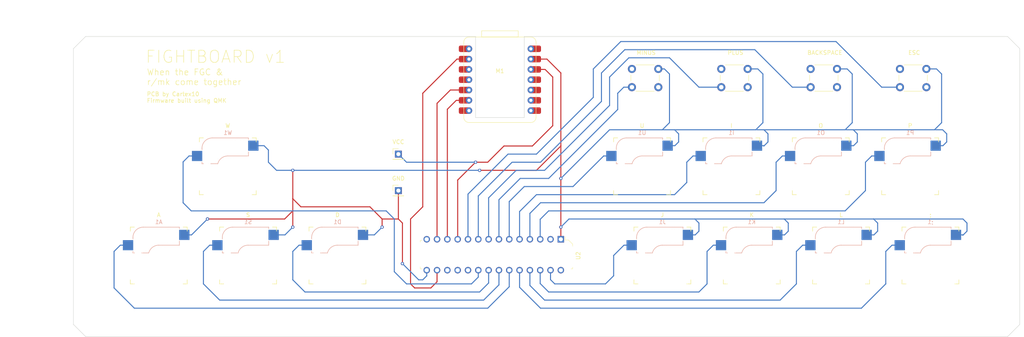
<source format=kicad_pcb>
(kicad_pcb (version 20211014) (generator pcbnew)
  (layers (0 "F.Cu" signal) (31 "B.Cu" signal) (34 "B.Paste" user) (35 "F.Paste" user) (36 "B.SilkS" user "B.Silkscreen") (37 "F.SilkS" user "F.Silkscreen") (38 "B.Mask" user) (39 "F.Mask" user) (44 "Edge.Cuts" user))
  (net 0 "")
  (net 2 "Net-(M1-Pad2)")
  (net 5 "Net-(M1-Pad5)")
  (net 6 "Net-(M1-Pad6)")
  (net 12 "Net-(M1-Pad12)")
  (net 15 "Net-(A1-Pad2)")
  (net 16 "Net-(S1-Pad2)")
  (net 17 "Net-(D1-Pad2)")
  (net 18 "Net-(U1-Pad2)")
  (net 19 "Net-(I1-Pad2)")
  (net 20 "Net-(O1-Pad2)")
  (net 21 "Net-(P1-Pad2)")
  (net 26 "Net-(J1-Pad2)")
  (net 27 "Net-(K1-Pad2)")
  (net 28 "Net-(L1-Pad2)")
  (net 29 "Net-(;1-Pad2)")
  (net 30 "Net-(BKSP1-Pad2)")
  (net 31 "Net-(;1-Pad1)")
  (net 32 "Net-(PLUS1-Pad2)")
  (net 34 "Net-(MNUS1-Pad2)")
  (net 35 "Net-(ESC1-Pad2)")
  (net 36 "Net-(U2-Pad20)")
  (footprint "keyswitches:Kailh_socket_MX" (layer "F.Cu") (at 201 84)
    (fp_text reference "I1" (at 0 -8.255) (layer "B.SilkS") (effects (justify mirror)))
    (fp_text value "SW_Push")
    (pad "" np_thru_hole circle locked (at 2.54 -5.08) (size 3 3) (drill 3) (layers *.Cu *.Mask))
    (pad "" np_thru_hole circle locked (at 5.08 0) (size 1.7018 1.7018) (drill 1.7018) (layers *.Cu *.Mask))
    (pad "" np_thru_hole circle locked (at -3.81 -2.54) (size 3 3) (drill 3) (layers *.Cu *.Mask))
    (pad "" np_thru_hole circle locked (at 0 0) (size 3.9878 3.9878) (drill 3.9878) (layers *.Cu *.Mask))
    (pad "" np_thru_hole circle locked (at -5.08 0) (size 1.7018 1.7018) (drill 1.7018) (layers *.Cu *.Mask))
    (pad "1" smd rect locked (at 6.29 -5.08) (size 2.55 2.5) (layers "B.Cu" "B.Paste" "B.Mask") (net 31 "Net-(;1-Pad1)"))
    (pad "2" smd rect locked (at -7.56 -2.54) (size 2.55 2.5) (layers "B.Cu" "B.Paste" "B.Mask") (net 19 "Net-(I1-Pad2)"))
  )
  (footprint "keyswitches:Kailh_socket_MX" (layer "F.Cu") (at 184 106)
    (fp_text reference "J1" (at 0 -8.255) (layer "B.SilkS") (effects (justify mirror)))
    (fp_text value "SW_Push")
    (pad "" np_thru_hole circle locked (at 0 0) (size 3.9878 3.9878) (drill 3.9878) (layers *.Cu *.Mask))
    (pad "" np_thru_hole circle locked (at 2.54 -5.08) (size 3 3) (drill 3) (layers *.Cu *.Mask))
    (pad "" np_thru_hole circle locked (at 5.08 0) (size 1.7018 1.7018) (drill 1.7018) (layers *.Cu *.Mask))
    (pad "" np_thru_hole circle locked (at -3.81 -2.54) (size 3 3) (drill 3) (layers *.Cu *.Mask))
    (pad "" np_thru_hole circle locked (at -5.08 0) (size 1.7018 1.7018) (drill 1.7018) (layers *.Cu *.Mask))
    (pad "1" smd rect locked (at 6.29 -5.08) (size 2.55 2.5) (layers "B.Cu" "B.Paste" "B.Mask") (net 31 "Net-(;1-Pad1)"))
    (pad "2" smd rect locked (at -7.56 -2.54) (size 2.55 2.5) (layers "B.Cu" "B.Paste" "B.Mask") (net 26 "Net-(J1-Pad2)"))
  )
  (footprint "Button_Switch_THT:SW_PUSH_6mm" (layer "F.Cu") (at 176.5 60)
    (fp_text reference "MNUS1")
    (fp_text value "SW_Push")
    (pad "1" thru_hole circle (at 0 0 90) (size 2 2) (drill 1.1) (layers *.Cu *.Mask) (net 31 "Net-(;1-Pad1)"))
    (pad "1" thru_hole circle (at 6.5 0 90) (size 2 2) (drill 1.1) (layers *.Cu *.Mask) (net 31 "Net-(;1-Pad1)"))
    (pad "2" thru_hole circle (at 0 4.5 90) (size 2 2) (drill 1.1) (layers *.Cu *.Mask) (net 34 "Net-(MNUS1-Pad2)"))
    (pad "2" thru_hole circle (at 6.5 4.5 90) (size 2 2) (drill 1.1) (layers *.Cu *.Mask) (net 34 "Net-(MNUS1-Pad2)"))
  )
  (footprint "keyswitches:Kailh_socket_MX" (layer "F.Cu") (at 60 106)
    (fp_text reference "A1" (at 0 -8.255) (layer "B.SilkS") (effects (justify mirror)))
    (fp_text value "SW_Push")
    (pad "" np_thru_hole circle locked (at -3.81 -2.54) (size 3 3) (drill 3) (layers *.Cu *.Mask))
    (pad "" np_thru_hole circle locked (at 0 0) (size 3.9878 3.9878) (drill 3.9878) (layers *.Cu *.Mask))
    (pad "" np_thru_hole circle locked (at 2.54 -5.08) (size 3 3) (drill 3) (layers *.Cu *.Mask))
    (pad "" np_thru_hole circle locked (at -5.08 0) (size 1.7018 1.7018) (drill 1.7018) (layers *.Cu *.Mask))
    (pad "" np_thru_hole circle locked (at 5.08 0) (size 1.7018 1.7018) (drill 1.7018) (layers *.Cu *.Mask))
    (pad "1" smd rect locked (at 6.29 -5.08) (size 2.55 2.5) (layers "B.Cu" "B.Paste" "B.Mask") (net 31 "Net-(;1-Pad1)"))
    (pad "2" smd rect locked (at -7.56 -2.54) (size 2.55 2.5) (layers "B.Cu" "B.Paste" "B.Mask") (net 15 "Net-(A1-Pad2)"))
  )
  (footprint "MountingHole:MountingHole_2.7mm" (layer "F.Cu") (at 147 119)
    (fp_text reference "REF**")
    (fp_text value "MountingHole_2.7mm")
    (pad "" np_thru_hole circle (at 0 0) (size 2.7 2.7) (drill 2.7) (layers *.Cu *.Mask))
  )
  (footprint "Connector_PinHeader_2.54mm:PinHeader_1x01_P2.54mm_Vertical" (layer "F.Cu") (at 119 81)
    (fp_text reference "REF**" hide)
    (fp_text value "PinHeader_1x01_P2.54mm_Vertical" hide)
    (pad "1" thru_hole rect (at 0 0) (size 1.7 1.7) (drill 1) (layers *.Cu *.Mask) (net 12 "Net-(M1-Pad12)"))
  )
  (footprint "keyswitches:Kailh_socket_MX" (layer "F.Cu") (at 77 84)
    (fp_text reference "W1" (at 0 -8.255) (layer "B.SilkS") (effects (justify mirror)))
    (fp_text value "SW_Push")
    (pad "" np_thru_hole circle locked (at 2.54 -5.08) (size 3 3) (drill 3) (layers *.Cu *.Mask))
    (pad "" np_thru_hole circle locked (at -5.08 0) (size 1.7018 1.7018) (drill 1.7018) (layers *.Cu *.Mask))
    (pad "" np_thru_hole circle locked (at 5.08 0) (size 1.7018 1.7018) (drill 1.7018) (layers *.Cu *.Mask))
    (pad "" np_thru_hole circle locked (at 0 0) (size 3.9878 3.9878) (drill 3.9878) (layers *.Cu *.Mask))
    (pad "" np_thru_hole circle locked (at -3.81 -2.54) (size 3 3) (drill 3) (layers *.Cu *.Mask))
    (pad "1" smd rect locked (at 6.29 -5.08) (size 2.55 2.5) (layers "B.Cu" "B.Paste" "B.Mask") (net 31 "Net-(;1-Pad1)"))
    (pad "2" smd rect locked (at -7.56 -2.54) (size 2.55 2.5) (layers "B.Cu" "B.Paste" "B.Mask") (net 36 "Net-(U2-Pad20)"))
  )
  (footprint "kb_lib:XIAO-RP2040" (layer "F.Cu") (at 135.11 73.208)
    (fp_text reference "M1" (at 8.89 -12.7 unlocked) (layer "F.SilkS"))
    (fp_text value "XIAO-RP2040")
    (pad "1" thru_hole circle (at 1.2725 -18.171) (size 1.6 1.6) (drill 0.8) (layers *.Cu *.Mask))
    (pad "1" smd roundrect (at 1.2725 -18.171) (size 3 1.6) (drill (offset -1 0)) (layers "F.Cu" "F.Paste" "F.Mask"))
    (pad "2" smd roundrect (at 1.2725 -15.631) (size 3 1.6) (drill (offset -1 0)) (layers "F.Cu" "F.Paste" "F.Mask") (net 2 "Net-(M1-Pad2)"))
    (pad "2" thru_hole circle (at 1.2725 -15.631) (size 1.6 1.6) (drill 0.8) (layers *.Cu *.Mask) (net 2 "Net-(M1-Pad2)"))
    (pad "3" smd roundrect (at 1.2725 -13.091) (size 3 1.6) (drill (offset -1 0)) (layers "F.Cu" "F.Paste" "F.Mask"))
    (pad "3" thru_hole circle (at 1.2725 -13.091) (size 1.6 1.6) (drill 0.8) (layers *.Cu *.Mask))
    (pad "4" thru_hole circle (at 1.2725 -10.551) (size 1.6 1.6) (drill 0.8) (layers *.Cu *.Mask))
    (pad "4" smd roundrect (at 1.2725 -10.551) (size 3 1.6) (drill (offset -1 0)) (layers "F.Cu" "F.Paste" "F.Mask"))
    (pad "5" smd roundrect (at 1.2725 -8.011) (size 3 1.6) (drill (offset -1 0)) (layers "F.Cu" "F.Paste" "F.Mask") (net 5 "Net-(M1-Pad5)"))
    (pad "5" thru_hole circle (at 1.2725 -8.011) (size 1.6 1.6) (drill 0.8) (layers *.Cu *.Mask) (net 5 "Net-(M1-Pad5)"))
    (pad "6" smd roundrect (at 1.2725 -5.471) (size 3 1.6) (drill (offset -1 0)) (layers "F.Cu" "F.Paste" "F.Mask") (net 6 "Net-(M1-Pad6)"))
    (pad "6" thru_hole circle (at 1.2725 -5.471) (size 1.6 1.6) (drill 0.8) (layers *.Cu *.Mask) (net 6 "Net-(M1-Pad6)"))
    (pad "7" thru_hole circle (at 1.2725 -2.931) (size 1.6 1.6) (drill 0.8) (layers *.Cu *.Mask))
    (pad "7" smd roundrect (at 1.2725 -2.931) (size 3 1.6) (drill (offset -1 0)) (layers "F.Cu" "F.Paste" "F.Mask"))
    (pad "8" smd roundrect (at 16.5075 -2.931) (size 3 1.6) (drill (offset 1 0)) (layers "F.Cu" "F.Paste" "F.Mask"))
    (pad "8" thru_hole circle (at 16.5075 -2.931) (size 1.6 1.6) (drill 0.8) (layers *.Cu *.Mask))
    (pad "9" thru_hole circle (at 16.5075 -5.471) (size 1.6 1.6) (drill 0.8) (layers *.Cu *.Mask))
    (pad "9" smd roundrect (at 16.5075 -5.471) (size 3 1.6) (drill (offset 1 0)) (layers "F.Cu" "F.Paste" "F.Mask"))
    (pad "10" smd roundrect (at 16.5075 -8.011) (size 3 1.6) (drill (offset 1 0)) (layers "F.Cu" "F.Paste" "F.Mask"))
    (pad "10" thru_hole circle (at 16.5075 -8.011) (size 1.6 1.6) (drill 0.8) (layers *.Cu *.Mask))
    (pad "11" thru_hole circle (at 16.5075 -10.551) (size 1.6 1.6) (drill 0.8) (layers *.Cu *.Mask))
    (pad "11" smd roundrect (at 16.5075 -10.551) (size 3 1.6) (drill (offset 1 0)) (layers "F.Cu" "F.Paste" "F.Mask"))
    (pad "12" thru_hole circle (at 16.5075 -13.091) (size 1.6 1.6) (drill 0.8) (layers *.Cu *.Mask) (net 12 "Net-(M1-Pad12)"))
    (pad "12" smd roundrect (at 16.5075 -13.091) (size 3 1.6) (drill (offset 1 0)) (layers "F.Cu" "F.Paste" "F.Mask") (net 12 "Net-(M1-Pad12)"))
    (pad "13" thru_hole circle (at 16.5075 -15.631) (size 1.6 1.6) (drill 0.8) (layers *.Cu *.Mask) (net 31 "Net-(;1-Pad1)"))
    (pad "13" smd roundrect (at 16.5075 -15.631) (size 3 1.6) (drill (offset 1 0)) (layers "F.Cu" "F.Paste" "F.Mask") (net 31 "Net-(;1-Pad1)"))
    (pad "14" thru_hole circle (at 16.5075 -18.171) (size 1.6 1.6) (drill 0.8) (layers *.Cu *.Mask))
    (pad "14" smd roundrect (at 16.5075 -18.171) (size 3 1.6) (drill (offset 1 0)) (layers "F.Cu" "F.Paste" "F.Mask"))
  )
  (footprint "keyswitches:Kailh_socket_MX" (layer "F.Cu") (at 179 84)
    (fp_text reference "U1" (at 0 -8.255) (layer "B.SilkS") (effects (justify mirror)))
    (fp_text value "SW_Push")
    (pad "" np_thru_hole circle locked (at 0 0) (size 3.9878 3.9878) (drill 3.9878) (layers *.Cu *.Mask))
    (pad "" np_thru_hole circle locked (at 5.08 0) (size 1.7018 1.7018) (drill 1.7018) (layers *.Cu *.Mask))
    (pad "" np_thru_hole circle locked (at -3.81 -2.54) (size 3 3) (drill 3) (layers *.Cu *.Mask))
    (pad "" np_thru_hole circle locked (at 2.54 -5.08) (size 3 3) (drill 3) (layers *.Cu *.Mask))
    (pad "" np_thru_hole circle locked (at -5.08 0) (size 1.7018 1.7018) (drill 1.7018) (layers *.Cu *.Mask))
    (pad "1" smd rect locked (at 6.29 -5.08) (size 2.55 2.5) (layers "B.Cu" "B.Paste" "B.Mask") (net 31 "Net-(;1-Pad1)"))
    (pad "2" smd rect locked (at -7.56 -2.54) (size 2.55 2.5) (layers "B.Cu" "B.Paste" "B.Mask") (net 18 "Net-(U1-Pad2)"))
  )
  (footprint "keyswitches:Kailh_socket_MX" (layer "F.Cu") (at 250 106)
    (fp_text reference ";1" (at 0 -8.255) (layer "B.SilkS") (effects (justify mirror)))
    (fp_text value "SW_Push")
    (pad "" np_thru_hole circle locked (at -3.81 -2.54) (size 3 3) (drill 3) (layers *.Cu *.Mask))
    (pad "" np_thru_hole circle locked (at 0 0) (size 3.9878 3.9878) (drill 3.9878) (layers *.Cu *.Mask))
    (pad "" np_thru_hole circle locked (at -5.08 0) (size 1.7018 1.7018) (drill 1.7018) (layers *.Cu *.Mask))
    (pad "" np_thru_hole circle locked (at 2.54 -5.08) (size 3 3) (drill 3) (layers *.Cu *.Mask))
    (pad "" np_thru_hole circle locked (at 5.08 0) (size 1.7018 1.7018) (drill 1.7018) (layers *.Cu *.Mask))
    (pad "1" smd rect locked (at 6.29 -5.08) (size 2.55 2.5) (layers "B.Cu" "B.Paste" "B.Mask") (net 31 "Net-(;1-Pad1)"))
    (pad "2" smd rect locked (at -7.56 -2.54) (size 2.55 2.5) (layers "B.Cu" "B.Paste" "B.Mask") (net 29 "Net-(;1-Pad2)"))
  )
  (footprint "MountingHole:MountingHole_2.7mm" (layer "F.Cu") (at 46 119)
    (fp_text reference "REF**")
    (fp_text value "MountingHole_2.7mm")
    (pad "" np_thru_hole circle (at 0 0) (size 2.7 2.7) (drill 2.7) (layers *.Cu *.Mask))
  )
  (footprint "MountingHole:MountingHole_2.7mm" (layer "F.Cu") (at 265 119)
    (fp_text reference "REF**")
    (fp_text value "MountingHole_2.7mm")
    (pad "" np_thru_hole circle (at 0 0) (size 2.7 2.7) (drill 2.7) (layers *.Cu *.Mask))
  )
  (footprint "Connector_PinHeader_2.54mm:PinHeader_1x01_P2.54mm_Vertical" (layer "F.Cu") (at 119 90)
    (fp_text reference "REF**" hide)
    (fp_text value "PinHeader_1x01_P2.54mm_Vertical" hide)
    (pad "1" thru_hole rect (at 0 0) (size 1.7 1.7) (drill 1) (layers *.Cu *.Mask) (net 31 "Net-(;1-Pad1)"))
  )
  (footprint "keyswitches:Kailh_socket_MX" (layer "F.Cu") (at 223 84)
    (fp_text reference "O1" (at 0 -8.255) (layer "B.SilkS") (effects (justify mirror)))
    (fp_text value "SW_Push")
    (pad "" np_thru_hole circle locked (at 0 0) (size 3.9878 3.9878) (drill 3.9878) (layers *.Cu *.Mask))
    (pad "" np_thru_hole circle locked (at 5.08 0) (size 1.7018 1.7018) (drill 1.7018) (layers *.Cu *.Mask))
    (pad "" np_thru_hole circle locked (at 2.54 -5.08) (size 3 3) (drill 3) (layers *.Cu *.Mask))
    (pad "" np_thru_hole circle locked (at -3.81 -2.54) (size 3 3) (drill 3) (layers *.Cu *.Mask))
    (pad "" np_thru_hole circle locked (at -5.08 0) (size 1.7018 1.7018) (drill 1.7018) (layers *.Cu *.Mask))
    (pad "1" smd rect locked (at 6.29 -5.08) (size 2.55 2.5) (layers "B.Cu" "B.Paste" "B.Mask") (net 31 "Net-(;1-Pad1)"))
    (pad "2" smd rect locked (at -7.56 -2.54) (size 2.55 2.5) (layers "B.Cu" "B.Paste" "B.Mask") (net 20 "Net-(O1-Pad2)"))
  )
  (footprint "digikey-footprints:DIP-28_W7.62mm" (layer "F.Cu") (at 159 102 -90)
    (fp_text reference "U2" (at 4.05 -4.28 90) (layer "F.SilkS"))
    (fp_text value "MCP23018-E_SP")
    (pad "1" thru_hole rect locked (at 0 0 270) (size 1.6 1.6) (drill 1) (layers *.Cu *.Mask) (net 31 "Net-(;1-Pad1)"))
    (pad "2" thru_hole circle locked (at 0 2.54 270) (size 1.6 1.6) (drill 1) (layers *.Cu *.Mask))
    (pad "3" thru_hole circle locked (at 0 5.08 270) (size 1.6 1.6) (drill 1) (layers *.Cu *.Mask) (net 21 "Net-(P1-Pad2)"))
    (pad "4" thru_hole circle locked (at 0 7.62 270) (size 1.6 1.6) (drill 1) (layers *.Cu *.Mask) (net 20 "Net-(O1-Pad2)"))
    (pad "5" thru_hole circle locked (at 0 10.16 270) (size 1.6 1.6) (drill 1) (layers *.Cu *.Mask) (net 19 "Net-(I1-Pad2)"))
    (pad "6" thru_hole circle locked (at 0 12.7 270) (size 1.6 1.6) (drill 1) (layers *.Cu *.Mask) (net 18 "Net-(U1-Pad2)"))
    (pad "7" thru_hole circle locked (at 0 15.24 270) (size 1.6 1.6) (drill 1) (layers *.Cu *.Mask) (net 34 "Net-(MNUS1-Pad2)"))
    (pad "8" thru_hole circle locked (at 0 17.78 270) (size 1.6 1.6) (drill 1) (layers *.Cu *.Mask) (net 32 "Net-(PLUS1-Pad2)"))
    (pad "9" thru_hole circle locked (at 0 20.32 270) (size 1.6 1.6) (drill 1) (layers *.Cu *.Mask) (net 30 "Net-(BKSP1-Pad2)"))
    (pad "10" thru_hole circle locked (at 0 22.86 270) (size 1.6 1.6) (drill 1) (layers *.Cu *.Mask) (net 35 "Net-(ESC1-Pad2)"))
    (pad "11" thru_hole circle locked (at 0 25.4 270) (size 1.6 1.6) (drill 1) (layers *.Cu *.Mask) (net 12 "Net-(M1-Pad12)"))
    (pad "12" thru_hole circle locked (at 0 27.94 270) (size 1.6 1.6) (drill 1) (layers *.Cu *.Mask) (net 6 "Net-(M1-Pad6)"))
    (pad "13" thru_hole circle locked (at 0 30.48 270) (size 1.6 1.6) (drill 1) (layers *.Cu *.Mask) (net 5 "Net-(M1-Pad5)"))
    (pad "14" thru_hole circle locked (at 0 33.02 270) (size 1.6 1.6) (drill 1) (layers *.Cu *.Mask))
    (pad "15" thru_hole circle locked (at 7.62 33.02 270) (size 1.6 1.6) (drill 1) (layers *.Cu *.Mask) (net 31 "Net-(;1-Pad1)"))
    (pad "16" thru_hole circle locked (at 7.62 30.48 270) (size 1.6 1.6) (drill 1) (layers *.Cu *.Mask) (net 2 "Net-(M1-Pad2)"))
    (pad "17" thru_hole circle locked (at 7.62 27.94 270) (size 1.6 1.6) (drill 1) (layers *.Cu *.Mask))
    (pad "18" thru_hole circle locked (at 7.62 25.4 270) (size 1.6 1.6) (drill 1) (layers *.Cu *.Mask))
    (pad "19" thru_hole circle locked (at 7.62 22.86 270) (size 1.6 1.6) (drill 1) (layers *.Cu *.Mask))
    (pad "20" thru_hole circle locked (at 7.62 20.32 270) (size 1.6 1.6) (drill 1) (layers *.Cu *.Mask) (net 36 "Net-(U2-Pad20)"))
    (pad "21" thru_hole circle locked (at 7.62 17.78 270) (size 1.6 1.6) (drill 1) (layers *.Cu *.Mask) (net 17 "Net-(D1-Pad2)"))
    (pad "22" thru_hole circle locked (at 7.62 15.24 270) (size 1.6 1.6) (drill 1) (layers *.Cu *.Mask) (net 16 "Net-(S1-Pad2)"))
    (pad "23" thru_hole circle locked (at 7.62 12.7 270) (size 1.6 1.6) (drill 1) (layers *.Cu *.Mask) (net 15 "Net-(A1-Pad2)"))
    (pad "24" thru_hole circle locked (at 7.62 10.16 270) (size 1.6 1.6) (drill 1) (layers *.Cu *.Mask) (net 29 "Net-(;1-Pad2)"))
    (pad "25" thru_hole circle locked (at 7.62 7.62 270) (size 1.6 1.6) (drill 1) (layers *.Cu *.Mask) (net 28 "Net-(L1-Pad2)"))
    (pad "26" thru_hole circle locked (at 7.62 5.08 270) (size 1.6 1.6) (drill 1) (layers *.Cu *.Mask) (net 27 "Net-(K1-Pad2)"))
    (pad "27" thru_hole circle locked (at 7.62 2.54 270) (size 1.6 1.6) (drill 1) (layers *.Cu *.Mask) (net 26 "Net-(J1-Pad2)"))
    (pad "28" thru_hole circle locked (at 7.62 0 270) (size 1.6 1.6) (drill 1) (layers *.Cu *.Mask))
  )
  (footprint "keyswitches:Kailh_socket_MX" (layer "F.Cu") (at 228 106)
    (fp_text reference "L1" (at 0 -8.255) (layer "B.SilkS") (effects (justify mirror)))
    (fp_text value "SW_Push")
    (pad "" np_thru_hole circle locked (at -5.08 0) (size 1.7018 1.7018) (drill 1.7018) (layers *.Cu *.Mask))
    (pad "" np_thru_hole circle locked (at 0 0) (size 3.9878 3.9878) (drill 3.9878) (layers *.Cu *.Mask))
    (pad "" np_thru_hole circle locked (at -3.81 -2.54) (size 3 3) (drill 3) (layers *.Cu *.Mask))
    (pad "" np_thru_hole circle locked (at 2.54 -5.08) (size 3 3) (drill 3) (layers *.Cu *.Mask))
    (pad "" np_thru_hole circle locked (at 5.08 0) (size 1.7018 1.7018) (drill 1.7018) (layers *.Cu *.Mask))
    (pad "1" smd rect locked (at 6.29 -5.08) (size 2.55 2.5) (layers "B.Cu" "B.Paste" "B.Mask") (net 31 "Net-(;1-Pad1)"))
    (pad "2" smd rect locked (at -7.56 -2.54) (size 2.55 2.5) (layers "B.Cu" "B.Paste" "B.Mask") (net 28 "Net-(L1-Pad2)"))
  )
  (footprint "keyswitches:Kailh_socket_MX" (layer "F.Cu") (at 82 106)
    (fp_text reference "S1" (at 0 -8.255) (layer "B.SilkS") (effects (justify mirror)))
    (fp_text value "SW_Push")
    (pad "" np_thru_hole circle locked (at 5.08 0) (size 1.7018 1.7018) (drill 1.7018) (layers *.Cu *.Mask))
    (pad "" np_thru_hole circle locked (at -3.81 -2.54) (size 3 3) (drill 3) (layers *.Cu *.Mask))
    (pad "" np_thru_hole circle locked (at 0 0) (size 3.9878 3.9878) (drill 3.9878) (layers *.Cu *.Mask))
    (pad "" np_thru_hole circle locked (at -5.08 0) (size 1.7018 1.7018) (drill 1.7018) (layers *.Cu *.Mask))
    (pad "" np_thru_hole circle locked (at 2.54 -5.08) (size 3 3) (drill 3) (layers *.Cu *.Mask))
    (pad "1" smd rect locked (at 6.29 -5.08) (size 2.55 2.5) (layers "B.Cu" "B.Paste" "B.Mask") (net 31 "Net-(;1-Pad1)"))
    (pad "2" smd rect locked (at -7.56 -2.54) (size 2.55 2.5) (layers "B.Cu" "B.Paste" "B.Mask") (net 16 "Net-(S1-Pad2)"))
  )
  (footprint "Button_Switch_THT:SW_PUSH_6mm" (layer "F.Cu") (at 220.5 60)
    (fp_text reference "BKSP1")
    (fp_text value "SW_Push")
    (pad "1" thru_hole circle (at 6.5 0 90) (size 2 2) (drill 1.1) (layers *.Cu *.Mask) (net 31 "Net-(;1-Pad1)"))
    (pad "1" thru_hole circle (at 0 0 90) (size 2 2) (drill 1.1) (layers *.Cu *.Mask) (net 31 "Net-(;1-Pad1)"))
    (pad "2" thru_hole circle (at 6.5 4.5 90) (size 2 2) (drill 1.1) (layers *.Cu *.Mask) (net 30 "Net-(BKSP1-Pad2)"))
    (pad "2" thru_hole circle (at 0 4.5 90) (size 2 2) (drill 1.1) (layers *.Cu *.Mask) (net 30 "Net-(BKSP1-Pad2)"))
  )
  (footprint "Button_Switch_THT:SW_PUSH_6mm" (layer "F.Cu") (at 198.5 60)
    (fp_text reference "PLUS1")
    (fp_text value "SW_Push")
    (pad "1" thru_hole circle (at 6.5 0 90) (size 2 2) (drill 1.1) (layers *.Cu *.Mask) (net 31 "Net-(;1-Pad1)"))
    (pad "1" thru_hole circle (at 0 0 90) (size 2 2) (drill 1.1) (layers *.Cu *.Mask) (net 31 "Net-(;1-Pad1)"))
    (pad "2" thru_hole circle (at 6.5 4.5 90) (size 2 2) (drill 1.1) (layers *.Cu *.Mask) (net 32 "Net-(PLUS1-Pad2)"))
    (pad "2" thru_hole circle (at 0 4.5 90) (size 2 2) (drill 1.1) (layers *.Cu *.Mask) (net 32 "Net-(PLUS1-Pad2)"))
  )
  (footprint "MountingHole:MountingHole_2.7mm" (layer "F.Cu") (at 265 59)
    (fp_text reference "REF**")
    (fp_text value "MountingHole_2.7mm")
    (pad "" np_thru_hole circle (at 0 0) (size 2.7 2.7) (drill 2.7) (layers *.Cu *.Mask))
  )
  (footprint "Button_Switch_THT:SW_PUSH_6mm" (layer "F.Cu") (at 242.5 60)
    (fp_text reference "ESC1")
    (fp_text value "SW_Push")
    (pad "1" thru_hole circle (at 6.5 0 90) (size 2 2) (drill 1.1) (layers *.Cu *.Mask) (net 31 "Net-(;1-Pad1)"))
    (pad "1" thru_hole circle (at 0 0 90) (size 2 2) (drill 1.1) (layers *.Cu *.Mask) (net 31 "Net-(;1-Pad1)"))
    (pad "2" thru_hole circle (at 6.5 4.5 90) (size 2 2) (drill 1.1) (layers *.Cu *.Mask) (net 35 "Net-(ESC1-Pad2)"))
    (pad "2" thru_hole circle (at 0 4.5 90) (size 2 2) (drill 1.1) (layers *.Cu *.Mask) (net 35 "Net-(ESC1-Pad2)"))
  )
  (footprint "keyswitches:Kailh_socket_MX" (layer "F.Cu") (at 104 106)
    (fp_text reference "D1" (at 0 -8.255) (layer "B.SilkS") (effects (justify mirror)))
    (fp_text value "SW_Push")
    (pad "" np_thru_hole circle locked (at 5.08 0) (size 1.7018 1.7018) (drill 1.7018) (layers *.Cu *.Mask))
    (pad "" np_thru_hole circle locked (at -3.81 -2.54) (size 3 3) (drill 3) (layers *.Cu *.Mask))
    (pad "" np_thru_hole circle locked (at -5.08 0) (size 1.7018 1.7018) (drill 1.7018) (layers *.Cu *.Mask))
    (pad "" np_thru_hole circle locked (at 2.54 -5.08) (size 3 3) (drill 3) (layers *.Cu *.Mask))
    (pad "" np_thru_hole circle locked (at 0 0) (size 3.9878 3.9878) (drill 3.9878) (layers *.Cu *.Mask))
    (pad "1" smd rect locked (at 6.29 -5.08) (size 2.55 2.5) (layers "B.Cu" "B.Paste" "B.Mask") (net 31 "Net-(;1-Pad1)"))
    (pad "2" smd rect locked (at -7.56 -2.54) (size 2.55 2.5) (layers "B.Cu" "B.Paste" "B.Mask") (net 17 "Net-(D1-Pad2)"))
  )
  (footprint "keyswitches:Kailh_socket_MX" (layer "F.Cu") (at 245 84)
    (fp_text reference "P1" (at 0 -8.255) (layer "B.SilkS") (effects (justify mirror)))
    (fp_text value "SW_Push")
    (pad "" np_thru_hole circle locked (at 0 0) (size 3.9878 3.9878) (drill 3.9878) (layers *.Cu *.Mask))
    (pad "" np_thru_hole circle locked (at 5.08 0) (size 1.7018 1.7018) (drill 1.7018) (layers *.Cu *.Mask))
    (pad "" np_thru_hole circle locked (at -3.81 -2.54) (size 3 3) (drill 3) (layers *.Cu *.Mask))
    (pad "" np_thru_hole circle locked (at 2.54 -5.08) (size 3 3) (drill 3) (layers *.Cu *.Mask))
    (pad "" np_thru_hole circle locked (at -5.08 0) (size 1.7018 1.7018) (drill 1.7018) (layers *.Cu *.Mask))
    (pad "1" smd rect locked (at 6.29 -5.08) (size 2.55 2.5) (layers "B.Cu" "B.Paste" "B.Mask") (net 31 "Net-(;1-Pad1)"))
    (pad "2" smd rect locked (at -7.56 -2.54) (size 2.55 2.5) (layers "B.Cu" "B.Paste" "B.Mask") (net 21 "Net-(P1-Pad2)"))
  )
  (footprint "MountingHole:MountingHole_2.7mm" (layer "F.Cu") (at 46 59)
    (fp_text reference "REF**")
    (fp_text value "MountingHole_2.7mm")
    (pad "" np_thru_hole circle (at 0 0) (size 2.7 2.7) (drill 2.7) (layers *.Cu *.Mask))
  )
  (footprint "keyswitches:Kailh_socket_MX" (layer "F.Cu") (at 206 106)
    (fp_text reference "K1" (at 0 -8.255) (layer "B.SilkS") (effects (justify mirror)))
    (fp_text value "SW_Push")
    (pad "" np_thru_hole circle locked (at 5.08 0) (size 1.7018 1.7018) (drill 1.7018) (layers *.Cu *.Mask))
    (pad "" np_thru_hole circle locked (at -5.08 0) (size 1.7018 1.7018) (drill 1.7018) (layers *.Cu *.Mask))
    (pad "" np_thru_hole circle locked (at 0 0) (size 3.9878 3.9878) (drill 3.9878) (layers *.Cu *.Mask))
    (pad "" np_thru_hole circle locked (at -3.81 -2.54) (size 3 3) (drill 3) (layers *.Cu *.Mask))
    (pad "" np_thru_hole circle locked (at 2.54 -5.08) (size 3 3) (drill 3) (layers *.Cu *.Mask))
    (pad "1" smd rect locked (at 6.29 -5.08) (size 2.55 2.5) (layers "B.Cu" "B.Paste" "B.Mask") (net 31 "Net-(;1-Pad1)"))
    (pad "2" smd rect locked (at -7.56 -2.54) (size 2.55 2.5) (layers "B.Cu" "B.Paste" "B.Mask") (net 27 "Net-(K1-Pad2)"))
  )
  (gr_line (start 272 123) (end 272 55) (layer "Edge.Cuts") (width 0.1))
  (gr_line (start 39 123) (end 39 55) (layer "Edge.Cuts") (width 0.1))
  (gr_line (start 39 123) (end 42 126) (layer "Edge.Cuts") (width 0.1))
  (gr_line (start 272 55) (end 269 52) (layer "Edge.Cuts") (width 0.1))
  (gr_line (start 138 52) (end 138 72) (layer "Edge.Cuts") (width 0.1))
  (gr_line (start 269 126) (end 272 123) (layer "Edge.Cuts") (width 0.1))
  (gr_line (start 138 52) (end 42 52) (layer "Edge.Cuts") (width 0.1))
  (gr_line (start 138 72) (end 150 72) (layer "Edge.Cuts") (width 0.1))
  (gr_line (start 150 52) (end 269 52) (layer "Edge.Cuts") (width 0.1))
  (gr_line (start 42 52) (end 39 55) (layer "Edge.Cuts") (width 0.1))
  (gr_line (start 42 126) (end 269 126) (layer "Edge.Cuts") (width 0.1))
  (gr_line (start 150 72) (end 150 52) (layer "Edge.Cuts") (width 0.1))
  (gr_text "D" (at 104 96) (layer "F.SilkS") (effects (font (size 1 1))))
  (gr_text "L" (at 228 96) (layer "F.SilkS") (effects (font (size 1 1))))
  (gr_text "J" (at 184 96) (layer "F.SilkS") (effects (font (size 1 1))))
  (gr_text "O" (at 223 74) (layer "F.SilkS") (effects (font (size 1 1))))
  (gr_text "I" (at 201 74) (layer "F.SilkS") (effects (font (size 1 1))))
  (gr_text "FIGHTBOARD v1" (at 74 57) (layer "F.SilkS") (effects (font (size 3 3))))
  (gr_text "GND" (at 119 87) (layer "F.SilkS") (effects (font (size 1 1))))
  (gr_text "A" (at 60 96) (layer "F.SilkS") (effects (font (size 1 1))))
  (gr_text "When the FGC &\nr/mk come together" (at 57 62) (layer "F.SilkS") (effects (font (size 1.5 1.5)) (justify left)))
  (gr_text "S" (at 82 96) (layer "F.SilkS") (effects (font (size 1 1))))
  (gr_text "U" (at 179 74) (layer "F.SilkS") (effects (font (size 1 1))))
  (gr_text "ESC" (at 246 56) (layer "F.SilkS") (effects (font (size 1 1))))
  (gr_text ";" (at 250 96) (layer "F.SilkS") (effects (font (size 1 1))))
  (gr_text "W" (at 77 74) (layer "F.SilkS") (effects (font (size 1 1))))
  (gr_text "BACKSPACE" (at 224 56) (layer "F.SilkS") (effects (font (size 1 1))))
  (gr_text "P" (at 245 74) (layer "F.SilkS") (effects (font (size 1 1))))
  (gr_text "PCB by Cartex10\nFirmware built using QMK" (at 57 67) (layer "F.SilkS") (effects (font (size 1 1)) (justify left)))
  (gr_text "VCC" (at 119 78) (layer "F.SilkS") (effects (font (size 1 1))))
  (gr_text "PLUS" (at 202 56) (layer "F.SilkS") (effects (font (size 1 1))))
  (gr_text "MINUS" (at 180 56) (layer "F.SilkS") (effects (font (size 1 1))))
  (gr_text "K" (at 206 96) (layer "F.SilkS") (effects (font (size 1 1))))
  (segment (start 128.52 112.48) (end 127 114) (width 0.25) (layer "F.Cu") (net 2))
  (segment (start 123 114) (end 122 113) (width 0.25) (layer "F.Cu") (net 2))
  (segment (start 125 66) (end 133.423 57.577) (width 0.25) (layer "F.Cu") (net 2))
  (segment (start 133.423 57.577) (end 136.3825 57.577) (width 0.25) (layer "F.Cu") (net 2))
  (segment (start 128.52 109.62) (end 128.52 112.48) (width 0.25) (layer "F.Cu") (net 2))
  (segment (start 125 94) (end 125 66) (width 0.25) (layer "F.Cu") (net 2))
  (segment (start 122 113) (end 122 97) (width 0.25) (layer "F.Cu") (net 2))
  (segment (start 122 97) (end 125 94) (width 0.25) (layer "F.Cu") (net 2))
  (segment (start 127 114) (end 123 114) (width 0.25) (layer "F.Cu") (net 2))
  (segment (start 128.52 102) (end 128.52 68.48) (width 0.25) (layer "F.Cu") (net 5))
  (segment (start 136.3825 65.197) (end 131.803 65.197) (width 0.25) (layer "F.Cu") (net 5))
  (segment (start 131.803 65.197) (end 128.52 68.48) (width 0.25) (layer "F.Cu") (net 5))
  (segment (start 133.263 67.737) (end 131.06 69.94) (width 0.25) (layer "F.Cu") (net 6))
  (segment (start 131.06 69.94) (end 131.06 102) (width 0.25) (layer "F.Cu") (net 6))
  (segment (start 136.3825 67.737) (end 133.263 67.737) (width 0.25) (layer "F.Cu") (net 6))
  (segment (start 157 62) (end 155.117 60.117) (width 0.25) (layer "F.Cu") (net 12))
  (segment (start 141 83) (end 145 79) (width 0.25) (layer "F.Cu") (net 12))
  (segment (start 133.6 102) (end 133.6 87.4) (width 0.25) (layer "F.Cu") (net 12))
  (segment (start 138 83) (end 141 83) (width 0.25) (layer "F.Cu") (net 12))
  (segment (start 157 74) (end 157 62) (width 0.25) (layer "F.Cu") (net 12))
  (segment (start 155.117 60.117) (end 151.6175 60.117) (width 0.25) (layer "F.Cu") (net 12))
  (segment (start 152 79) (end 157 74) (width 0.25) (layer "F.Cu") (net 12))
  (segment (start 133.6 87.4) (end 138 83) (width 0.25) (layer "F.Cu") (net 12))
  (segment (start 145 79) (end 152 79) (width 0.25) (layer "F.Cu") (net 12))
  (via (at 138 83) (size 0.8) (drill 0.4) (layers "F.Cu" "B.Cu") (net 12))
  (segment (start 121 83) (end 119 81) (width 0.25) (layer "B.Cu") (net 12))
  (segment (start 138 83) (end 121 83) (width 0.25) (layer "B.Cu") (net 12))
  (segment (start 141 119) (end 146.3 113.7) (width 0.25) (layer "B.Cu") (net 15))
  (segment (start 50.54 103.46) (end 49 105) (width 0.25) (layer "B.Cu") (net 15))
  (segment (start 49 114) (end 54 119) (width 0.25) (layer "B.Cu") (net 15))
  (segment (start 49 105) (end 49 114) (width 0.25) (layer "B.Cu") (net 15))
  (segment (start 52.44 103.46) (end 50.54 103.46) (width 0.25) (layer "B.Cu") (net 15))
  (segment (start 54 119) (end 141 119) (width 0.25) (layer "B.Cu") (net 15))
  (segment (start 146.3 113.7) (end 146.3 109.62) (width 0.25) (layer "B.Cu") (net 15))
  (segment (start 143.76 113.24) (end 143.76 109.62) (width 0.25) (layer "B.Cu") (net 16))
  (segment (start 75 117) (end 140 117) (width 0.25) (layer "B.Cu") (net 16))
  (segment (start 71 105) (end 71 113) (width 0.25) (layer "B.Cu") (net 16))
  (segment (start 74.44 103.46) (end 72.54 103.46) (width 0.25) (layer "B.Cu") (net 16))
  (segment (start 71 113) (end 75 117) (width 0.25) (layer "B.Cu") (net 16))
  (segment (start 140 117) (end 143.76 113.24) (width 0.25) (layer "B.Cu") (net 16))
  (segment (start 72.54 103.46) (end 71 105) (width 0.25) (layer "B.Cu") (net 16))
  (segment (start 139 115) (end 141.22 112.78) (width 0.25) (layer "B.Cu") (net 17))
  (segment (start 96 115) (end 93 112) (width 0.25) (layer "B.Cu") (net 17))
  (segment (start 96.44 103.46) (end 94.54 103.46) (width 0.25) (layer "B.Cu") (net 17))
  (segment (start 141.22 112.78) (end 141.22 109.62) (width 0.25) (layer "B.Cu") (net 17))
  (segment (start 96 115) (end 139 115) (width 0.25) (layer "B.Cu") (net 17))
  (segment (start 94.54 103.46) (end 93 105) (width 0.25) (layer "B.Cu") (net 17))
  (segment (start 93 105) (end 93 112) (width 0.25) (layer "B.Cu") (net 17))
  (segment (start 162 89) (end 150 89) (width 0.25) (layer "B.Cu") (net 18))
  (segment (start 171.44 81.46) (end 169.54 81.46) (width 0.25) (layer "B.Cu") (net 18))
  (segment (start 169.54 81.46) (end 162 89) (width 0.25) (layer "B.Cu") (net 18))
  (segment (start 146.3 92.7) (end 146.3 102) (width 0.25) (layer "B.Cu") (net 18))
  (segment (start 150 89) (end 146.3 92.7) (width 0.25) (layer "B.Cu") (net 18))
  (segment (start 193.44 81.46) (end 191.54 81.46) (width 0.25) (layer "B.Cu") (net 19))
  (segment (start 190 88) (end 187 91) (width 0.25) (layer "B.Cu") (net 19))
  (segment (start 191.54 81.46) (end 190 83) (width 0.25) (layer "B.Cu") (net 19))
  (segment (start 153 91) (end 148.84 95.16) (width 0.25) (layer "B.Cu") (net 19))
  (segment (start 190 83) (end 190 88) (width 0.25) (layer "B.Cu") (net 19))
  (segment (start 148.84 95.16) (end 148.84 102) (width 0.25) (layer "B.Cu") (net 19))
  (segment (start 187 91) (end 153 91) (width 0.25) (layer "B.Cu") (net 19))
  (segment (start 154 93) (end 151.38 95.62) (width 0.25) (layer "B.Cu") (net 20))
  (segment (start 209 93) (end 154 93) (width 0.25) (layer "B.Cu") (net 20))
  (segment (start 212 90) (end 209 93) (width 0.25) (layer "B.Cu") (net 20))
  (segment (start 151.38 95.62) (end 151.38 102) (width 0.25) (layer "B.Cu") (net 20))
  (segment (start 215.44 81.46) (end 213.54 81.46) (width 0.25) (layer "B.Cu") (net 20))
  (segment (start 213.54 81.46) (end 212 83) (width 0.25) (layer "B.Cu") (net 20))
  (segment (start 212 83) (end 212 90) (width 0.25) (layer "B.Cu") (net 20))
  (segment (start 234 90) (end 229 95) (width 0.25) (layer "B.Cu") (net 21))
  (segment (start 229 95) (end 156 95) (width 0.25) (layer "B.Cu") (net 21))
  (segment (start 156 95) (end 153.92 97.08) (width 0.25) (layer "B.Cu") (net 21))
  (segment (start 234 83) (end 234 90) (width 0.25) (layer "B.Cu") (net 21))
  (segment (start 235.54 81.46) (end 234 83) (width 0.25) (layer "B.Cu") (net 21))
  (segment (start 237.44 81.46) (end 235.54 81.46) (width 0.25) (layer "B.Cu") (net 21))
  (segment (start 153.92 97.08) (end 153.92 102) (width 0.25) (layer "B.Cu") (net 21))
  (segment (start 156.46 109.62) (end 156.46 111.96) (width 0.25) (layer "B.Cu") (net 26))
  (segment (start 174.54 103.46) (end 176.44 103.46) (width 0.25) (layer "B.Cu") (net 26))
  (segment (start 156.46 111.96) (end 157.5 113) (width 0.25) (layer "B.Cu") (net 26))
  (segment (start 172 106) (end 174.54 103.46) (width 0.25) (layer "B.Cu") (net 26))
  (segment (start 170 113) (end 172 111) (width 0.25) (layer "B.Cu") (net 26))
  (segment (start 157.5 113) (end 170 113) (width 0.25) (layer "B.Cu") (net 26))
  (segment (start 172 111) (end 172 106) (width 0.25) (layer "B.Cu") (net 26))
  (segment (start 193 115) (end 195 113) (width 0.25) (layer "B.Cu") (net 27))
  (segment (start 195 105) (end 196.54 103.46) (width 0.25) (layer "B.Cu") (net 27))
  (segment (start 196.54 103.46) (end 198.44 103.46) (width 0.25) (layer "B.Cu") (net 27))
  (segment (start 156 115) (end 193 115) (width 0.25) (layer "B.Cu") (net 27))
  (segment (start 153.92 109.62) (end 153.92 112.92) (width 0.25) (layer "B.Cu") (net 27))
  (segment (start 153.92 112.92) (end 156 115) (width 0.25) (layer "B.Cu") (net 27))
  (segment (start 195 113) (end 195 105) (width 0.25) (layer "B.Cu") (net 27))
  (segment (start 151.38 113.38) (end 155 117) (width 0.25) (layer "B.Cu") (net 28))
  (segment (start 213 117) (end 217 113) (width 0.25) (layer "B.Cu") (net 28))
  (segment (start 218.54 103.46) (end 220.44 103.46) (width 0.25) (layer "B.Cu") (net 28))
  (segment (start 155 117) (end 213 117) (width 0.25) (layer "B.Cu") (net 28))
  (segment (start 151.38 109.62) (end 151.38 113.38) (width 0.25) (layer "B.Cu") (net 28))
  (segment (start 217 113) (end 217 105) (width 0.25) (layer "B.Cu") (net 28))
  (segment (start 217 105) (end 218.54 103.46) (width 0.25) (layer "B.Cu") (net 28))
  (segment (start 148.84 109.62) (end 148.84 113.84) (width 0.25) (layer "B.Cu") (net 29))
  (segment (start 148.84 113.84) (end 154 119) (width 0.25) (layer "B.Cu") (net 29))
  (segment (start 233 119) (end 239 113) (width 0.25) (layer "B.Cu") (net 29))
  (segment (start 239 113) (end 239 105) (width 0.25) (layer "B.Cu") (net 29))
  (segment (start 240.54 103.46) (end 242.44 103.46) (width 0.25) (layer "B.Cu") (net 29))
  (segment (start 239 105) (end 240.54 103.46) (width 0.25) (layer "B.Cu") (net 29))
  (segment (start 154 119) (end 233 119) (width 0.25) (layer "B.Cu") (net 29))
  (segment (start 154 83) (end 169 68) (width 0.25) (layer "B.Cu") (net 30))
  (segment (start 147 83) (end 154 83) (width 0.25) (layer "B.Cu") (net 30))
  (segment (start 174.75 55.25) (end 206.75 55.25) (width 0.25) (layer "B.Cu") (net 30))
  (segment (start 169 68) (end 169 61) (width 0.25) (layer "B.Cu") (net 30))
  (segment (start 216 64.5) (end 220.5 64.5) (width 0.25) (layer "B.Cu") (net 30))
  (segment (start 206.75 55.25) (end 216 64.5) (width 0.25) (layer "B.Cu") (net 30))
  (segment (start 138.68 91.32) (end 147 83) (width 0.25) (layer "B.Cu") (net 30))
  (segment (start 169 61) (end 174.75 55.25) (width 0.25) (layer "B.Cu") (net 30))
  (segment (start 138.68 102) (end 138.68 91.32) (width 0.25) (layer "B.Cu") (net 30))
  (segment (start 120 98) (end 119 97) (width 0.25) (layer "F.Cu") (net 31))
  (segment (start 95 94) (end 112 94) (width 0.25) (layer "F.Cu") (net 31))
  (segment (start 115 97) (end 115 99) (width 0.25) (layer "F.Cu") (net 31))
  (segment (start 93 92) (end 95 94) (width 0.25) (layer "F.Cu") (net 31))
  (segment (start 91 97) (end 93 95) (width 0.25) (layer "F.Cu") (net 31))
  (segment (start 120 108) (end 120 98) (width 0.25) (layer "F.Cu") (net 31))
  (segment (start 159 79) (end 153 85) (width 0.25) (layer "F.Cu") (net 31))
  (segment (start 112 94) (end 115 97) (width 0.25) (layer "F.Cu") (net 31))
  (segment (start 93 92) (end 93 95) (width 0.25) (layer "F.Cu") (net 31))
  (segment (start 159 102) (end 159 79) (width 0.25) (layer "F.Cu") (net 31))
  (segment (start 93 85) (end 93 92) (width 0.25) (layer "F.Cu") (net 31))
  (segment (start 153 85) (end 139 85) (width 0.25) (layer "F.Cu") (net 31))
  (segment (start 72 97) (end 91 97) (width 0.25) (layer "F.Cu") (net 31))
  (segment (start 119 97) (end 115 97) (width 0.25) (layer "F.Cu") (net 31))
  (segment (start 93 95) (end 93 99) (width 0.25) (layer "F.Cu") (net 31))
  (segment (start 155.577 57.577) (end 151.6175 57.577) (width 0.25) (layer "F.Cu") (net 31))
  (segment (start 119 97) (end 119 90) (width 0.25) (layer "F.Cu") (net 31))
  (segment (start 159 61) (end 155.577 57.577) (width 0.25) (layer "F.Cu") (net 31))
  (segment (start 159 79) (end 159 61) (width 0.25) (layer "F.Cu") (net 31))
  (via (at 115 99) (size 0.8) (drill 0.4) (layers "F.Cu" "B.Cu") (net 31))
  (via (at 72 97) (size 0.8) (drill 0.4) (layers "F.Cu" "B.Cu") (net 31))
  (via (at 139 85) (size 0.8) (drill 0.4) (layers "F.Cu" "B.Cu") (net 31))
  (via (at 159 99) (size 0.8) (drill 0.4) (layers "F.Cu" "B.Cu") (net 31))
  (via (at 93 85) (size 0.8) (drill 0.4) (layers "F.Cu" "B.Cu") (net 31))
  (via (at 159 87) (size 0.8) (drill 0.4) (layers "F.Cu" "B.Cu") (net 31))
  (via (at 93 99) (size 0.8) (drill 0.4) (layers "F.Cu" "B.Cu") (net 31))
  (via (at 120 108) (size 0.8) (drill 0.4) (layers "F.Cu" "B.Cu") (net 31))
  (segment (start 210 78) (end 210 76) (width 0.25) (layer "B.Cu") (net 31))
  (segment (start 252.75 61.25) (end 251.5 60) (width 0.25) (layer "B.Cu") (net 31))
  (segment (start 257.92 100.92) (end 258 101) (width 0.25) (layer "B.Cu") (net 31))
  (segment (start 209 79) (end 210 78) (width 0.25) (layer "B.Cu") (net 31))
  (segment (start 88.29 100.92) (end 91.08 100.92) (width 0.25) (layer "B.Cu") (net 31))
  (segment (start 231 75) (end 251 75) (width 0.25) (layer "B.Cu") (net 31))
  (segment (start 210 76) (end 209 75) (width 0.25) (layer "B.Cu") (net 31))
  (segment (start 230.75 61.25) (end 229.5 60) (width 0.25) (layer "B.Cu") (net 31))
  (segment (start 208.75 73.25) (end 208.75 61.25) (width 0.25) (layer "B.Cu") (net 31))
  (segment (start 236 97) (end 258 97) (width 0.25) (layer "B.Cu") (net 31))
  (segment (start 232 76) (end 231 75) (width 0.25) (layer "B.Cu") (net 31))
  (segment (start 184.5 60) (end 183 60) (width 0.25) (layer "B.Cu") (net 31))
  (segment (start 230.75 73.25) (end 230.75 61.25) (width 0.25) (layer "B.Cu") (net 31))
  (segment (start 229.29 78.92) (end 231.08 78.92) (width 0.25) (layer "B.Cu") (net 31))
  (segment (start 259 100) (end 259 98) (width 0.25) (layer "B.Cu") (net 31))
  (segment (start 208.92 78.92) (end 209 79) (width 0.25) (layer "B.Cu") (net 31))
  (segment (start 193 100) (end 193 98) (width 0.25) (layer "B.Cu") (net 31))
  (segment (start 215 98) (end 214 97) (width 0.25) (layer "B.Cu") (net 31))
  (segment (start 251 75) (end 253 75) (width 0.25) (layer "B.Cu") (net 31))
  (segment (start 93 85) (end 139 85) (width 0.25) (layer "B.Cu") (net 31))
  (segment (start 68.08 100.92) (end 72 97) (width 0.25) (layer "B.Cu") (net 31))
  (segment (start 66.29 100.92) (end 68.08 100.92) (width 0.25) (layer "B.Cu") (net 31))
  (segment (start 187.08 78.92) (end 188 78) (width 0.25) (layer "B.Cu") (net 31))
  (segment (start 253.08 78.92) (end 254 78) (width 0.25) (layer "B.Cu") (net 31))
  (segment (start 229.5 60) (end 227 60) (width 0.25) (layer "B.Cu") (net 31))
  (segment (start 192.08 100.92) (end 193 100) (width 0.25) (layer "B.Cu") (net 31))
  (segment (start 184 75) (end 185.75 73.25) (width 0.25) (layer "B.Cu") (net 31))
  (segment (start 237 100) (end 237 98) (width 0.25) (layer "B.Cu") (net 31))
  (segment (start 207 75) (end 229 75) (width 0.25) (layer "B.Cu") (net 31))
  (segment (start 187 75) (end 207 75) (width 0.25) (layer "B.Cu") (net 31))
  (segment (start 229 75) (end 230.75 73.25) (width 0.25) (layer "B.Cu") (net 31))
  (segment (start 110.29 100.92) (end 113.08 100.92) (width 0.25) (layer "B.Cu") (net 31))
  (segment (start 171 75) (end 159 87) (width 0.25) (layer "B.Cu") (net 31))
  (segment (start 253 75) (end 254 76) (width 0.25) (layer "B.Cu") (net 31))
  (segment (start 91.08 100.92) (end 93 99) (width 0.25) (layer "B.Cu") (net 31))
  (segment (start 215 100) (end 215 98) (width 0.25) (layer "B.Cu") (net 31))
  (segment (start 193 98) (end 192 97) (width 0.25) (layer "B.Cu") (net 31))
  (segment (start 125 112) (end 124 112) (width 0.25) (layer "B.Cu") (net 31))
  (segment (start 234.29 100.92) (end 236.08 100.92) (width 0.25) (layer "B.Cu") (net 31))
  (segment (start 190.29 100.92) (end 192.08 100.92) (width 0.25) (layer "B.Cu") (net 31))
  (segment (start 212.29 100.92) (end 214.08 100.92) (width 0.25) (layer "B.Cu") (net 31))
  (segment (start 87 80) (end 85.92 78.92) (width 0.25) (layer "B.Cu") (net 31))
  (segment (start 237 98) (end 236 97) (width 0.25) (layer "B.Cu") (net 31))
  (segment (start 85.92 78.92) (end 83.29 78.92) (width 0.25) (layer "B.Cu") (net 31))
  (segment (start 229 75) (end 231 75) (width 0.25) (layer "B.Cu") (net 31))
  (segment (start 207.29 78.92) (end 208.92 78.92) (width 0.25) (layer "B.Cu") (net 31))
  (segment (start 188 76) (end 187 75) (width 0.25) (layer "B.Cu") (net 31))
  (segment (start 125.98 111.02) (end 125 112) (width 0.25) (layer "B.Cu") (net 31))
  (segment (start 252.75 73.25) (end 252.75 61.25) (width 0.25) (layer "B.Cu") (net 31))
  (segment (start 207 75) (end 208.75 73.25) (width 0.25) (layer "B.Cu") (net 31))
  (segment (start 113.08 100.92) (end 115 99) (width 0.25) (layer "B.Cu") (net 31))
  (segment (start 231.08 78.92) (end 232 78) (width 0.25) (layer "B.Cu") (net 31))
  (segment (start 93 85) (end 89 85) (width 0.25) (layer "B.Cu") (net 31))
  (segment (start 87 83) (end 87 80) (width 0.25) (layer "B.Cu") (net 31))
  (segment (start 185.75 61.25) (end 184.5 60) (width 0.25) (layer "B.Cu") (net 31))
  (segment (start 124 112) (end 120 108) (width 0.25) (layer "B.Cu") (net 31))
  (segment (start 207.5 60) (end 205 60) (width 0.25) (layer "B.Cu") (net 31))
  (segment (start 251 75) (end 252.75 73.25) (width 0.25) (layer "B.Cu") (net 31))
  (segment (start 254 76) (end 254 78) (width 0.25) (layer "B.Cu") (net 31))
  (segment (start 184 75) (end 187 75) (width 0.25) (layer "B.Cu") (net 31))
  (segment (start 251.29 78.92) (end 253.08 78.92) (width 0.25) (layer "B.Cu") (net 31))
  (segment (start 185.29 78.92) (end 187.08 78.92) (width 0.25) (layer "B.Cu") (net 31))
  (segment (start 256.29 100.92) (end 257.92 100.92) (width 0.25) (layer "B.Cu") (net 31))
  (segment (start 258 97) (end 259 98) (width 0.25) (layer "B.Cu") (net 31))
  (segment (start 89 85) (end 87 83) (width 0.25) (layer "B.Cu") (net 31))
  (segment (start 161 97) (end 159 99) (width 0.25) (layer "B.Cu") (net 31))
  (segment (start 161 97) (end 236 97) (width 0.25) (layer "B.Cu") (net 31))
  (segment (start 232 78) (end 232 76) (width 0.25) (layer "B.Cu") (net 31))
  (segment (start 185.75 73.25) (end 185.75 61.25) (width 0.25) (layer "B.Cu") (net 31))
  (segment (start 236.08 100.92) (end 237 100) (width 0.25) (layer "B.Cu") (net 31))
  (segment (start 251.5 60) (end 249 60) (width 0.25) (layer "B.Cu") (net 31))
  (segment (start 208.75 61.25) (end 207.5 60) (width 0.25) (layer "B.Cu") (net 31))
  (segment (start 171 75) (end 184 75) (width 0.25) (layer "B.Cu") (net 31))
  (segment (start 214.08 100.92) (end 215 100) (width 0.25) (layer "B.Cu") (net 31))
  (segment (start 125.98 109.62) (end 125.98 111.02) (width 0.25) (layer "B.Cu") (net 31))
  (segment (start 258 101) (end 259 100) (width 0.25) (layer "B.Cu") (net 31))
  (segment (start 188 78) (end 188 76) (width 0.25) (layer "B.Cu") (net 31))
  (segment (start 171 69) (end 171 62) (width 0.25) (layer "B.Cu") (net 32))
  (segment (start 148 85) (end 155 85) (width 0.25) (layer "B.Cu") (net 32))
  (segment (start 141.22 91.78) (end 148 85) (width 0.25) (layer "B.Cu") (net 32))
  (segment (start 175.75 57.25) (end 185.75 57.25) (width 0.25) (layer "B.Cu") (net 32))
  (segment (start 171 62) (end 175.75 57.25) (width 0.25) (layer "B.Cu") (net 32))
  (segment (start 193 64.5) (end 198.5 64.5) (width 0.25) (layer "B.Cu") (net 32))
  (segment (start 185.75 57.25) (end 193 64.5) (width 0.25) (layer "B.Cu") (net 32))
  (segment (start 141.22 102) (end 141.22 91.78) (width 0.25) (layer "B.Cu") (net 32))
  (segment (start 155 85) (end 171 69) (width 0.25) (layer "B.Cu") (net 32))
  (segment (start 143.76 102) (end 143.76 92.24) (width 0.25) (layer "B.Cu") (net 34))
  (segment (start 174.5 64.5) (end 173 66) (width 0.25) (layer "B.Cu") (net 34))
  (segment (start 143.76 92.24) (end 149 87) (width 0.25) (layer "B.Cu") (net 34))
  (segment (start 156 87) (end 173 70) (width 0.25) (layer "B.Cu") (net 34))
  (segment (start 173 70) (end 173 66) (width 0.25) (layer "B.Cu") (net 34))
  (segment (start 176.5 64.5) (end 174.5 64.5) (width 0.25) (layer "B.Cu") (net 34))
  (segment (start 149 87) (end 156 87) (width 0.25) (layer "B.Cu") (net 34))
  (segment (start 238 64.5) (end 242.5 64.5) (width 0.25) (layer "B.Cu") (net 35))
  (segment (start 146 81) (end 153 81) (width 0.25) (layer "B.Cu") (net 35))
  (segment (start 153 81) (end 167 67) (width 0.25) (layer "B.Cu") (net 35))
  (segment (start 136.14 90.86) (end 146 81) (width 0.25) (layer "B.Cu") (net 35))
  (segment (start 167 60) (end 173.75 53.25) (width 0.25) (layer "B.Cu") (net 35))
  (segment (start 136.14 102) (end 136.14 90.86) (width 0.25) (layer "B.Cu") (net 35))
  (segment (start 226.75 53.25) (end 238 64.5) (width 0.25) (layer "B.Cu") (net 35))
  (segment (start 173.75 53.25) (end 226.75 53.25) (width 0.25) (layer "B.Cu") (net 35))
  (segment (start 167 67) (end 167 60) (width 0.25) (layer "B.Cu") (net 35))
  (segment (start 116 95) (end 68 95) (width 0.25) (layer "B.Cu") (net 36))
  (segment (start 68 95) (end 66 93) (width 0.25) (layer "B.Cu") (net 36))
  (segment (start 137 113) (end 121 113) (width 0.25) (layer "B.Cu") (net 36))
  (segment (start 138.68 109.62) (end 138.68 111.32) (width 0.25) (layer "B.Cu") (net 36))
  (segment (start 66 93) (end 66 82.92) (width 0.25) (layer "B.Cu") (net 36))
  (segment (start 138.68 111.32) (end 137 113) (width 0.25) (layer "B.Cu") (net 36))
  (segment (start 67.46 81.46) (end 69.44 81.46) (width 0.25) (layer "B.Cu") (net 36))
  (segment (start 118 97) (end 116 95) (width 0.25) (layer "B.Cu") (net 36))
  (segment (start 121 113) (end 118 110) (width 0.25) (layer "B.Cu") (net 36))
  (segment (start 66 82.92) (end 67.46 81.46) (width 0.25) (layer "B.Cu") (net 36))
  (segment (start 118 110) (end 118 97) (width 0.25) (layer "B.Cu") (net 36))
)
</source>
